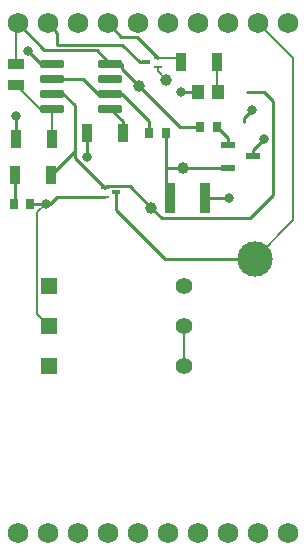
<source format=gbr>
%TF.GenerationSoftware,KiCad,Pcbnew,8.0.8*%
%TF.CreationDate,2025-02-03T23:35:19-05:00*%
%TF.ProjectId,Precharge Module,50726563-6861-4726-9765-204d6f64756c,rev?*%
%TF.SameCoordinates,Original*%
%TF.FileFunction,Copper,L1,Top*%
%TF.FilePolarity,Positive*%
%FSLAX46Y46*%
G04 Gerber Fmt 4.6, Leading zero omitted, Abs format (unit mm)*
G04 Created by KiCad (PCBNEW 8.0.8) date 2025-02-03 23:35:19*
%MOMM*%
%LPD*%
G01*
G04 APERTURE LIST*
G04 Aperture macros list*
%AMRoundRect*
0 Rectangle with rounded corners*
0 $1 Rounding radius*
0 $2 $3 $4 $5 $6 $7 $8 $9 X,Y pos of 4 corners*
0 Add a 4 corners polygon primitive as box body*
4,1,4,$2,$3,$4,$5,$6,$7,$8,$9,$2,$3,0*
0 Add four circle primitives for the rounded corners*
1,1,$1+$1,$2,$3*
1,1,$1+$1,$4,$5*
1,1,$1+$1,$6,$7*
1,1,$1+$1,$8,$9*
0 Add four rect primitives between the rounded corners*
20,1,$1+$1,$2,$3,$4,$5,0*
20,1,$1+$1,$4,$5,$6,$7,0*
20,1,$1+$1,$6,$7,$8,$9,0*
20,1,$1+$1,$8,$9,$2,$3,0*%
G04 Aperture macros list end*
%TA.AperFunction,SMDPad,CuDef*%
%ADD10R,0.863600X1.600200*%
%TD*%
%TA.AperFunction,SMDPad,CuDef*%
%ADD11R,0.660400X0.279400*%
%TD*%
%TA.AperFunction,SMDPad,CuDef*%
%ADD12R,0.660400X0.381000*%
%TD*%
%TA.AperFunction,SMDPad,CuDef*%
%ADD13R,0.711200X0.939800*%
%TD*%
%TA.AperFunction,ComponentPad*%
%ADD14R,1.397000X1.397000*%
%TD*%
%TA.AperFunction,ComponentPad*%
%ADD15C,1.397000*%
%TD*%
%TA.AperFunction,ComponentPad*%
%ADD16C,3.000000*%
%TD*%
%TA.AperFunction,SMDPad,CuDef*%
%ADD17R,1.219200X0.558800*%
%TD*%
%TA.AperFunction,SMDPad,CuDef*%
%ADD18R,0.955600X2.500000*%
%TD*%
%TA.AperFunction,SMDPad,CuDef*%
%ADD19R,1.016000X1.193800*%
%TD*%
%TA.AperFunction,SMDPad,CuDef*%
%ADD20R,0.855600X1.600000*%
%TD*%
%TA.AperFunction,ComponentPad*%
%ADD21C,1.750000*%
%TD*%
%TA.AperFunction,SMDPad,CuDef*%
%ADD22RoundRect,0.075000X-0.910000X-0.225000X0.910000X-0.225000X0.910000X0.225000X-0.910000X0.225000X0*%
%TD*%
%TA.AperFunction,SMDPad,CuDef*%
%ADD23R,1.346200X0.812800*%
%TD*%
%TA.AperFunction,ViaPad*%
%ADD24C,0.800000*%
%TD*%
%TA.AperFunction,ViaPad*%
%ADD25C,1.000000*%
%TD*%
%TA.AperFunction,Conductor*%
%ADD26C,0.250000*%
%TD*%
%TA.AperFunction,Conductor*%
%ADD27C,0.200000*%
%TD*%
G04 APERTURE END LIST*
D10*
%TO.P,D3,1,K*%
%TO.N,Net-(D3-K)*%
X67663000Y-28708400D03*
%TO.P,D3,2,A*%
%TO.N,Net-(D3-A)*%
X64615000Y-28708400D03*
%TD*%
D11*
%TO.P,Q3,1,1*%
%TO.N,Net-(D2-A)*%
X58167700Y-39308350D03*
%TO.P,Q3,2,2*%
%TO.N,Net-(Q1-C)*%
X58167700Y-40108450D03*
D12*
%TO.P,Q3,3,3*%
%TO.N,Net-(J1-Pad9)*%
X59158300Y-39708400D03*
%TD*%
D13*
%TO.P,R4,1*%
%TO.N,Net-(U1-THR)*%
X61964500Y-34708400D03*
%TO.P,R4,2*%
%TO.N,Net-(Q1-E)*%
X63361500Y-34708400D03*
%TD*%
D14*
%TO.P,R6,1*%
%TO.N,Net-(U1-VCC)*%
X53470000Y-47600000D03*
D15*
%TO.P,R6,2*%
%TO.N,Net-(Q1-E)*%
X64900000Y-47600000D03*
%TD*%
D16*
%TO.P,PC COIL -,1,1*%
%TO.N,Net-(J1-Pad9)*%
X70863000Y-45308400D03*
%TD*%
D17*
%TO.P,Q1,1,B*%
%TO.N,Net-(Q1-B)*%
X68596200Y-35708400D03*
%TO.P,Q1,2,E*%
%TO.N,Net-(Q1-E)*%
X68596200Y-37613400D03*
%TO.P,Q1,3,C*%
%TO.N,Net-(Q1-C)*%
X70729800Y-36660900D03*
%TD*%
D13*
%TO.P,R3,1*%
%TO.N,Net-(D2-K)*%
X50464500Y-40708400D03*
%TO.P,R3,2*%
%TO.N,Net-(Q1-C)*%
X51861500Y-40708400D03*
%TD*%
D18*
%TO.P,C3,1*%
%TO.N,Net-(Q1-E)*%
X63685199Y-40208400D03*
%TO.P,C3,2*%
%TO.N,Net-(Q1-C)*%
X66640801Y-40208400D03*
%TD*%
D10*
%TO.P,D2,1,K*%
%TO.N,Net-(D2-K)*%
X50615000Y-38208400D03*
%TO.P,D2,2,A*%
%TO.N,Net-(D2-A)*%
X53663000Y-38208400D03*
%TD*%
D11*
%TO.P,Q2,1,G*%
%TO.N,Net-(Q2-G)*%
X62653600Y-29108450D03*
%TO.P,Q2,2,S*%
%TO.N,Net-(D3-A)*%
X62653600Y-28308350D03*
D12*
%TO.P,Q2,3,D*%
%TO.N,Net-(Q2-D)*%
X61663000Y-28708400D03*
%TD*%
D19*
%TO.P,R9,1*%
%TO.N,Net-(D3-K)*%
X67738900Y-31208400D03*
%TO.P,R9,2*%
%TO.N,Net-(Q1-C)*%
X66037100Y-31208400D03*
%TD*%
D14*
%TO.P,R8,1*%
%TO.N,Net-(Q1-C)*%
X53470000Y-51000000D03*
D15*
%TO.P,R8,2*%
%TO.N,Net-(Q2-G)*%
X64900000Y-51000000D03*
%TD*%
D20*
%TO.P,C1,1*%
%TO.N,Net-(Q1-C)*%
X56635199Y-34708400D03*
%TO.P,C1,2*%
%TO.N,Net-(U1-CV)*%
X59690801Y-34708400D03*
%TD*%
%TO.P,C2,1*%
%TO.N,Net-(Q1-C)*%
X50635199Y-35208400D03*
%TO.P,C2,2*%
%TO.N,Net-(U1-R)*%
X53690801Y-35208400D03*
%TD*%
D13*
%TO.P,R5,1*%
%TO.N,Net-(U1-VCC)*%
X66266000Y-34208400D03*
%TO.P,R5,2*%
%TO.N,Net-(Q1-B)*%
X67663000Y-34208400D03*
%TD*%
D14*
%TO.P,R7,1*%
%TO.N,Net-(D2-A)*%
X53470000Y-54400000D03*
D15*
%TO.P,R7,2*%
%TO.N,Net-(Q2-G)*%
X64900000Y-54400000D03*
%TD*%
D21*
%TO.P,J1,1,1*%
%TO.N,N/C*%
X50800000Y-68580000D03*
%TO.P,J1,2,2*%
X53340000Y-68580000D03*
%TO.P,J1,3,3*%
X55880000Y-68580000D03*
%TO.P,J1,4,4*%
X58420000Y-68580000D03*
%TO.P,J1,5,5*%
X60960000Y-68580000D03*
%TO.P,J1,6,6*%
X63500000Y-68580000D03*
%TO.P,J1,7,7*%
X66040000Y-68580000D03*
%TO.P,J1,8,8*%
X68580000Y-68580000D03*
%TO.P,J1,9,9*%
X71120000Y-68580000D03*
%TO.P,J1,10,10*%
X73660000Y-68580000D03*
%TD*%
D22*
%TO.P,U1,1,GND*%
%TO.N,Net-(Q1-C)*%
X53693000Y-28803400D03*
%TO.P,U1,2,TR*%
%TO.N,Net-(U1-THR)*%
X53693000Y-30073400D03*
%TO.P,U1,3,Q*%
%TO.N,Net-(D2-A)*%
X53693000Y-31343400D03*
%TO.P,U1,4,R*%
%TO.N,Net-(U1-R)*%
X53693000Y-32613400D03*
%TO.P,U1,5,CV*%
%TO.N,Net-(U1-CV)*%
X58633000Y-32613400D03*
%TO.P,U1,6,THR*%
%TO.N,Net-(U1-THR)*%
X58633000Y-31343400D03*
%TO.P,U1,7,DIS*%
%TO.N,unconnected-(U1-DIS-Pad7)*%
X58633000Y-30073400D03*
%TO.P,U1,8,VCC*%
%TO.N,Net-(U1-VCC)*%
X58633000Y-28803400D03*
%TD*%
D23*
%TO.P,R1,1*%
%TO.N,Net-(U1-R)*%
X50663000Y-30610100D03*
%TO.P,R1,2*%
%TO.N,Net-(U1-VCC)*%
X50663000Y-28806700D03*
%TD*%
D21*
%TO.P,J1,1,1*%
%TO.N,Net-(U1-VCC)*%
X50800000Y-25400000D03*
%TO.P,J1,2,2*%
%TO.N,Net-(Q2-D)*%
X53340000Y-25400000D03*
%TO.P,J1,3,3*%
%TO.N,unconnected-(J1-Pad3)*%
X55880000Y-25400000D03*
%TO.P,J1,4,4*%
%TO.N,Net-(D3-A)*%
X58420000Y-25400000D03*
%TO.P,J1,5,5*%
%TO.N,unconnected-(J1-Pad5)*%
X60960000Y-25400000D03*
%TO.P,J1,6,6*%
%TO.N,unconnected-(J1-Pad6)*%
X63500000Y-25400000D03*
%TO.P,J1,7,7*%
%TO.N,unconnected-(J1-Pad7)*%
X66040000Y-25400000D03*
%TO.P,J1,8,8*%
%TO.N,unconnected-(J1-Pad8)*%
X68580000Y-25400000D03*
%TO.P,J1,9,9*%
%TO.N,Net-(J1-Pad9)*%
X71120000Y-25400000D03*
%TO.P,J1,10,10*%
%TO.N,Net-(Q1-C)*%
X73660000Y-25400000D03*
%TD*%
D24*
%TO.N,Net-(Q1-C)*%
X71663000Y-35208400D03*
X53163000Y-40708400D03*
X50663000Y-33208400D03*
X64663000Y-31208400D03*
X51663000Y-27708400D03*
X56663000Y-36708400D03*
X70663000Y-32708400D03*
X68663000Y-40208400D03*
D25*
%TO.N,Net-(D2-A)*%
X62102300Y-40997700D03*
%TO.N,Net-(U1-VCC)*%
X61059102Y-30740898D03*
%TO.N,Net-(Q1-E)*%
X64800000Y-37613400D03*
%TO.N,Net-(Q2-G)*%
X63400000Y-30200000D03*
%TD*%
D26*
%TO.N,Net-(Q1-C)*%
X66163000Y-31208400D02*
X64663000Y-31208400D01*
X53693000Y-28803400D02*
X52758000Y-28803400D01*
X53163000Y-40708400D02*
X53563000Y-40708400D01*
X56635199Y-36680599D02*
X56663000Y-36708400D01*
X70729800Y-36141600D02*
X71663000Y-35208400D01*
X56635199Y-34708400D02*
X56635199Y-36680599D01*
X69944000Y-33427400D02*
X70663000Y-32708400D01*
X70729800Y-36660900D02*
X70729800Y-36141600D01*
X66640801Y-40208400D02*
X68663000Y-40208400D01*
X51861500Y-40708400D02*
X53163000Y-40708400D01*
X53563000Y-40708400D02*
X54162950Y-40108450D01*
X52758000Y-28803400D02*
X51663000Y-27708400D01*
D27*
X53470000Y-51000000D02*
X52471500Y-50001500D01*
D26*
X50635199Y-33236201D02*
X50663000Y-33208400D01*
X69944000Y-33708400D02*
X69944000Y-33427400D01*
D27*
X52471500Y-41399900D02*
X53163000Y-40708400D01*
X52471500Y-50001500D02*
X52471500Y-41399900D01*
D26*
X54162950Y-40108450D02*
X58167700Y-40108450D01*
X50635199Y-35208400D02*
X50635199Y-33236201D01*
%TO.N,Net-(U1-CV)*%
X58633000Y-32613400D02*
X59690801Y-33671201D01*
X59690801Y-33671201D02*
X59690801Y-34708400D01*
D27*
%TO.N,Net-(U1-R)*%
X50663000Y-30620900D02*
X52655500Y-32613400D01*
X52655500Y-32613400D02*
X53693000Y-32613400D01*
X53693000Y-32613400D02*
X53693000Y-35206201D01*
X53693000Y-35206201D02*
X53690801Y-35208400D01*
D26*
%TO.N,Net-(D2-K)*%
X50615000Y-38208400D02*
X50615000Y-40557900D01*
X50615000Y-40557900D02*
X50464500Y-40708400D01*
%TO.N,Net-(D2-A)*%
X55663000Y-36208400D02*
X53663000Y-38208400D01*
X60297500Y-39192900D02*
X62102300Y-40997700D01*
X72463000Y-39908400D02*
X72463000Y-32008400D01*
X62102300Y-40997700D02*
X63013000Y-41908400D01*
X70463000Y-41908400D02*
X72463000Y-39908400D01*
X55663000Y-36208400D02*
X55663000Y-36803650D01*
X55663000Y-36803650D02*
X58167700Y-39308350D01*
X58283150Y-39192900D02*
X60297500Y-39192900D01*
X72463000Y-32008400D02*
X71663000Y-31208400D01*
X54677999Y-31343400D02*
X55663000Y-32328401D01*
X53693000Y-31343400D02*
X54677999Y-31343400D01*
X71663000Y-31208400D02*
X70225000Y-31208400D01*
X55663000Y-32328401D02*
X55663000Y-36208400D01*
X58167700Y-39308350D02*
X58283150Y-39192900D01*
X63013000Y-41908400D02*
X70463000Y-41908400D01*
D27*
%TO.N,Net-(D3-A)*%
X64214950Y-28308350D02*
X64615000Y-28708400D01*
D26*
X62653600Y-28308350D02*
X60920250Y-26575000D01*
D27*
X62653600Y-28308350D02*
X64214950Y-28308350D01*
D26*
X60920250Y-26575000D02*
X59595000Y-26575000D01*
X59595000Y-26575000D02*
X58420000Y-25400000D01*
D27*
%TO.N,Net-(D3-K)*%
X67663000Y-31158400D02*
X67613000Y-31208400D01*
X67663000Y-28708400D02*
X67663000Y-31158400D01*
D26*
%TO.N,Net-(Q2-D)*%
X61132800Y-28708400D02*
X59632800Y-27208400D01*
X54163000Y-27208400D02*
X54163000Y-26223000D01*
X61663000Y-28708400D02*
X61132800Y-28708400D01*
X54163000Y-26223000D02*
X53340000Y-25400000D01*
X59632800Y-27208400D02*
X54163000Y-27208400D01*
D27*
%TO.N,Net-(J1-Pad9)*%
X74088000Y-28368000D02*
X74088000Y-42083400D01*
X74088000Y-42083400D02*
X70863000Y-45308400D01*
D26*
X63263000Y-45308400D02*
X70863000Y-45308400D01*
D27*
X71120000Y-25400000D02*
X74088000Y-28368000D01*
D26*
X59158300Y-39708400D02*
X59158300Y-41203700D01*
X59158300Y-41203700D02*
X63263000Y-45308400D01*
%TO.N,Net-(U1-VCC)*%
X59617999Y-29299795D02*
X61059102Y-30740898D01*
X59617999Y-28803400D02*
X59617999Y-29299795D01*
X58633000Y-28803400D02*
X57488000Y-27658400D01*
X53058400Y-27658400D02*
X50800000Y-25400000D01*
D27*
X50663000Y-28795900D02*
X50663000Y-25537000D01*
D26*
X59617999Y-28803400D02*
X58633000Y-28803400D01*
D27*
X50663000Y-25537000D02*
X50800000Y-25400000D01*
D26*
X57488000Y-27658400D02*
X53058400Y-27658400D01*
X61059102Y-30740898D02*
X64526604Y-34208400D01*
X64526604Y-34208400D02*
X66266000Y-34208400D01*
%TO.N,Net-(Q1-E)*%
X68596200Y-37613400D02*
X64800000Y-37613400D01*
X64800000Y-37613400D02*
X63456500Y-37613400D01*
X63361500Y-34708400D02*
X63361500Y-37708400D01*
X63361500Y-37708400D02*
X63361500Y-39884701D01*
X63361500Y-39884701D02*
X63685199Y-40208400D01*
X63456500Y-37613400D02*
X63361500Y-37708400D01*
%TO.N,Net-(Q1-B)*%
X68596200Y-35708400D02*
X68596200Y-35141600D01*
X68596200Y-35141600D02*
X67663000Y-34208400D01*
D27*
%TO.N,Net-(Q2-G)*%
X62653600Y-29108450D02*
X62653600Y-29453600D01*
X62653600Y-29453600D02*
X63400000Y-30200000D01*
X64900000Y-54400000D02*
X64900000Y-51000000D01*
D26*
%TO.N,Net-(U1-THR)*%
X58633000Y-31343400D02*
X57648001Y-31343400D01*
X61964500Y-33689901D02*
X61964500Y-34708400D01*
X58633000Y-31343400D02*
X59617999Y-31343400D01*
X57648001Y-31343400D02*
X56378001Y-30073400D01*
X59617999Y-31343400D02*
X61964500Y-33689901D01*
X56378001Y-30073400D02*
X53693000Y-30073400D01*
%TD*%
M02*

</source>
